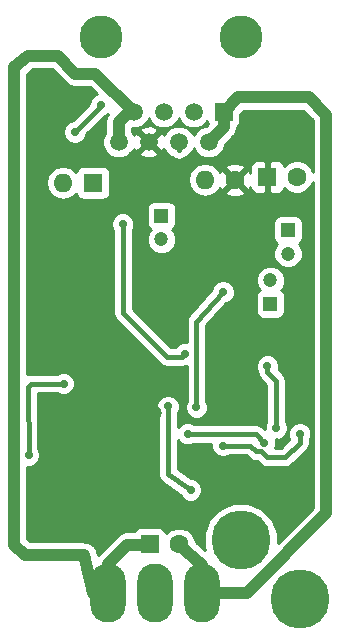
<source format=gbl>
G04 #@! TF.FileFunction,Copper,L2,Bot,Signal*
%FSLAX46Y46*%
G04 Gerber Fmt 4.6, Leading zero omitted, Abs format (unit mm)*
G04 Created by KiCad (PCBNEW 4.0.6) date 08/29/19 03:11:04*
%MOMM*%
%LPD*%
G01*
G04 APERTURE LIST*
%ADD10C,0.100000*%
%ADD11R,1.600000X1.600000*%
%ADD12C,1.600000*%
%ADD13C,5.001260*%
%ADD14C,3.650000*%
%ADD15R,1.500000X1.500000*%
%ADD16C,1.500000*%
%ADD17O,2.999740X5.001260*%
%ADD18O,1.600000X1.600000*%
%ADD19R,1.200000X1.200000*%
%ADD20C,1.200000*%
%ADD21C,0.700000*%
%ADD22C,1.000000*%
%ADD23C,0.400000*%
%ADD24C,0.254000*%
G04 APERTURE END LIST*
D10*
D11*
X161300000Y-83300000D03*
D12*
X163800000Y-83300000D03*
D13*
X164050000Y-119050000D03*
X159050000Y-114050000D03*
D14*
X147220000Y-71450000D03*
X159090000Y-71450000D03*
D15*
X157600000Y-77800000D03*
D16*
X156330000Y-80340000D03*
X155060000Y-77800000D03*
X153790000Y-80340000D03*
X152520000Y-77800000D03*
X151250000Y-80340000D03*
X149980000Y-77800000D03*
X148710000Y-80340000D03*
D17*
X155759860Y-118550000D03*
X151800000Y-118550000D03*
X147840140Y-118550000D03*
D11*
X146550000Y-83800000D03*
D18*
X144010000Y-83800000D03*
D12*
X158550000Y-83550000D03*
D18*
X156010000Y-83550000D03*
D19*
X152325000Y-86600000D03*
D20*
X152325000Y-88600000D03*
D19*
X161550000Y-94050000D03*
D20*
X161550000Y-92050000D03*
D19*
X163050000Y-87800000D03*
D20*
X163050000Y-89800000D03*
D11*
X151325000Y-114425000D03*
D12*
X153825000Y-114425000D03*
D21*
X164050000Y-105050000D03*
X157550000Y-106050000D03*
X149050000Y-87300000D03*
X154300000Y-98300000D03*
D20*
X144550000Y-93050000D03*
X151800000Y-103300000D03*
D21*
X157550000Y-93050000D03*
X155300000Y-102800000D03*
X161300000Y-99300000D03*
X162050000Y-104550000D03*
X154550000Y-105050000D03*
X161050000Y-105800000D03*
X147200000Y-77200000D03*
X145000000Y-79500000D03*
X152880000Y-102730000D03*
X154800000Y-109800000D03*
X144050000Y-100800000D03*
X141080000Y-106850000D03*
D22*
X155759860Y-118550000D02*
X155759860Y-116159860D01*
X155759860Y-116159860D02*
X153800000Y-114450000D01*
X155759860Y-118550000D02*
X159550000Y-118550000D01*
X158850000Y-76550000D02*
X157600000Y-77800000D01*
X164800000Y-76550000D02*
X158850000Y-76550000D01*
X166300000Y-78050000D02*
X164800000Y-76550000D01*
X166300000Y-111800000D02*
X166300000Y-78050000D01*
X159550000Y-118550000D02*
X166300000Y-111800000D01*
X157600000Y-77800000D02*
X157600000Y-79070000D01*
X157600000Y-79070000D02*
X156330000Y-80340000D01*
X147840140Y-118550000D02*
X147840140Y-116059860D01*
X147840140Y-116059860D02*
X149450000Y-114450000D01*
X149450000Y-114450000D02*
X151300000Y-114450000D01*
X147840140Y-118550000D02*
X146500000Y-118550000D01*
X146500000Y-118550000D02*
X145800000Y-115300000D01*
X145800000Y-115300000D02*
X140800000Y-115300000D01*
X140800000Y-115300000D02*
X139850000Y-114500000D01*
X139850000Y-114500000D02*
X139850000Y-74000000D01*
X139850000Y-74000000D02*
X141050000Y-73050000D01*
X141050000Y-73050000D02*
X143550000Y-73050000D01*
X143550000Y-73050000D02*
X145050000Y-74550000D01*
X145050000Y-74550000D02*
X146730000Y-74550000D01*
X146730000Y-74550000D02*
X149980000Y-77800000D01*
X149980000Y-77800000D02*
X149550000Y-77800000D01*
X149550000Y-77800000D02*
X148710000Y-78640000D01*
X148710000Y-78640000D02*
X148710000Y-80340000D01*
D23*
X164050000Y-105800000D02*
X164050000Y-105050000D01*
X162800000Y-107050000D02*
X164050000Y-105800000D01*
X161300000Y-107050000D02*
X162800000Y-107050000D01*
X160800000Y-106550000D02*
X161300000Y-107050000D01*
X160300000Y-106550000D02*
X160800000Y-106550000D01*
X159800000Y-106050000D02*
X160300000Y-106550000D01*
X157550000Y-106050000D02*
X159800000Y-106050000D01*
X149050000Y-94800000D02*
X149050000Y-87300000D01*
X152800000Y-98550000D02*
X149050000Y-94800000D01*
X154050000Y-98550000D02*
X152800000Y-98550000D01*
X154300000Y-98300000D02*
X154050000Y-98550000D01*
X158000000Y-114050000D02*
X159050000Y-114050000D01*
X159050000Y-114050000D02*
X159050000Y-114050000D01*
X153790000Y-81040000D02*
X153790000Y-80340000D01*
X155300000Y-95550000D02*
X157550000Y-93050000D01*
X155300000Y-102550000D02*
X155300000Y-95550000D01*
X155300000Y-102800000D02*
X155300000Y-102550000D01*
X161300000Y-99800000D02*
X161300000Y-99300000D01*
X162050000Y-100550000D02*
X161300000Y-99800000D01*
X162050000Y-104550000D02*
X162050000Y-100550000D01*
X160300000Y-105050000D02*
X154550000Y-105050000D01*
X161050000Y-105800000D02*
X160300000Y-105050000D01*
X147200000Y-77300000D02*
X147200000Y-77200000D01*
X145000000Y-79500000D02*
X147200000Y-77300000D01*
X151800000Y-118550000D02*
X151800000Y-119550000D01*
X152880000Y-108480000D02*
X152880000Y-102730000D01*
X154800000Y-109800000D02*
X152880000Y-108480000D01*
X141300000Y-100800000D02*
X144050000Y-100800000D01*
X141050000Y-101050000D02*
X141300000Y-100800000D01*
X141080000Y-106850000D02*
X141050000Y-101050000D01*
D24*
G36*
X144247434Y-75352566D02*
X144615654Y-75598603D01*
X145050000Y-75685000D01*
X146259868Y-75685000D01*
X146852628Y-76277760D01*
X146642771Y-76364471D01*
X146365445Y-76641314D01*
X146215172Y-77003212D01*
X146215084Y-77104048D01*
X144803859Y-78515273D01*
X144442771Y-78664471D01*
X144165445Y-78941314D01*
X144015172Y-79303212D01*
X144014830Y-79695069D01*
X144164471Y-80057229D01*
X144441314Y-80334555D01*
X144803212Y-80484828D01*
X145195069Y-80485170D01*
X145557229Y-80335529D01*
X145834555Y-80058686D01*
X145984828Y-79696788D01*
X145984829Y-79696039D01*
X147566554Y-78114314D01*
X147757229Y-78035529D01*
X147810811Y-77982040D01*
X147661397Y-78205654D01*
X147575000Y-78640000D01*
X147575000Y-79516042D01*
X147536539Y-79554436D01*
X147325241Y-80063298D01*
X147324760Y-80614285D01*
X147535169Y-81123515D01*
X147924436Y-81513461D01*
X148433298Y-81724759D01*
X148984285Y-81725240D01*
X149493515Y-81514831D01*
X149697183Y-81311517D01*
X150458088Y-81311517D01*
X150526077Y-81552460D01*
X151045171Y-81737201D01*
X151595448Y-81709230D01*
X151973923Y-81552460D01*
X152041912Y-81311517D01*
X151250000Y-80519605D01*
X150458088Y-81311517D01*
X149697183Y-81311517D01*
X149883461Y-81125564D01*
X149973377Y-80909021D01*
X150037540Y-81063923D01*
X150278483Y-81131912D01*
X151070395Y-80340000D01*
X150278483Y-79548088D01*
X150037540Y-79616077D01*
X149978268Y-79782621D01*
X149884831Y-79556485D01*
X149845000Y-79516585D01*
X149845000Y-79368483D01*
X150458088Y-79368483D01*
X151250000Y-80160395D01*
X152041912Y-79368483D01*
X151973923Y-79127540D01*
X151454829Y-78942799D01*
X150904552Y-78970770D01*
X150526077Y-79127540D01*
X150458088Y-79368483D01*
X149845000Y-79368483D01*
X149845000Y-79184883D01*
X150254285Y-79185240D01*
X150763515Y-78974831D01*
X151153461Y-78585564D01*
X151249976Y-78353130D01*
X151345169Y-78583515D01*
X151734436Y-78973461D01*
X152243298Y-79184759D01*
X152794285Y-79185240D01*
X153303515Y-78974831D01*
X153693461Y-78585564D01*
X153789976Y-78353130D01*
X153885169Y-78583515D01*
X154274436Y-78973461D01*
X154783298Y-79184759D01*
X155334285Y-79185240D01*
X155843515Y-78974831D01*
X156213080Y-78605909D01*
X156246838Y-78785317D01*
X156259646Y-78805222D01*
X156110061Y-78954807D01*
X156055715Y-78954760D01*
X155546485Y-79165169D01*
X155156539Y-79554436D01*
X155060024Y-79786870D01*
X154964831Y-79556485D01*
X154575564Y-79166539D01*
X154066702Y-78955241D01*
X153515715Y-78954760D01*
X153006485Y-79165169D01*
X152616539Y-79554436D01*
X152526623Y-79770979D01*
X152462460Y-79616077D01*
X152221517Y-79548088D01*
X151429605Y-80340000D01*
X152221517Y-81131912D01*
X152462460Y-81063923D01*
X152521732Y-80897379D01*
X152615169Y-81123515D01*
X153004436Y-81513461D01*
X153166323Y-81580682D01*
X153199566Y-81630434D01*
X153470459Y-81811439D01*
X153790000Y-81875000D01*
X154109541Y-81811439D01*
X154380434Y-81630434D01*
X154413500Y-81580948D01*
X154573515Y-81514831D01*
X154963461Y-81125564D01*
X155059976Y-80893130D01*
X155155169Y-81123515D01*
X155544436Y-81513461D01*
X156053298Y-81724759D01*
X156604285Y-81725240D01*
X157113515Y-81514831D01*
X157503461Y-81125564D01*
X157714759Y-80616702D01*
X157714808Y-80560324D01*
X158402566Y-79872566D01*
X158437997Y-79819540D01*
X158648603Y-79504346D01*
X158735000Y-79070000D01*
X158735000Y-79056844D01*
X158801441Y-79014090D01*
X158946431Y-78801890D01*
X158997440Y-78550000D01*
X158997440Y-78007692D01*
X159320132Y-77685000D01*
X164329868Y-77685000D01*
X165165000Y-78520132D01*
X165165000Y-82845800D01*
X165017243Y-82488200D01*
X164613923Y-82084176D01*
X164086691Y-81865250D01*
X163515813Y-81864752D01*
X162988200Y-82082757D01*
X162723813Y-82346683D01*
X162638327Y-82140301D01*
X162459698Y-81961673D01*
X162226309Y-81865000D01*
X161585750Y-81865000D01*
X161427000Y-82023750D01*
X161427000Y-83173000D01*
X161447000Y-83173000D01*
X161447000Y-83427000D01*
X161427000Y-83427000D01*
X161427000Y-84576250D01*
X161585750Y-84735000D01*
X162226309Y-84735000D01*
X162459698Y-84638327D01*
X162638327Y-84459699D01*
X162723876Y-84253165D01*
X162986077Y-84515824D01*
X163513309Y-84734750D01*
X164084187Y-84735248D01*
X164611800Y-84517243D01*
X165015824Y-84113923D01*
X165165000Y-83754668D01*
X165165000Y-111329867D01*
X162185405Y-114309462D01*
X162186173Y-113429021D01*
X161709808Y-112276129D01*
X160828511Y-111393292D01*
X159676452Y-110914915D01*
X158429021Y-110913827D01*
X157276129Y-111390192D01*
X156393292Y-112271489D01*
X155914915Y-113423548D01*
X155913827Y-114670979D01*
X155989400Y-114853879D01*
X155260181Y-114217680D01*
X155260248Y-114140813D01*
X155042243Y-113613200D01*
X154638923Y-113209176D01*
X154111691Y-112990250D01*
X153540813Y-112989752D01*
X153013200Y-113207757D01*
X152744417Y-113476072D01*
X152728162Y-113389683D01*
X152589090Y-113173559D01*
X152376890Y-113028569D01*
X152125000Y-112977560D01*
X150525000Y-112977560D01*
X150289683Y-113021838D01*
X150073559Y-113160910D01*
X149968274Y-113315000D01*
X149450000Y-113315000D01*
X149015654Y-113401397D01*
X148879577Y-113492321D01*
X148647434Y-113647434D01*
X147037574Y-115257294D01*
X146972731Y-115354338D01*
X146909555Y-115061019D01*
X146868679Y-114966582D01*
X146848603Y-114865654D01*
X146781569Y-114765330D01*
X146733641Y-114654602D01*
X146659737Y-114582996D01*
X146602566Y-114497434D01*
X146502243Y-114430400D01*
X146415589Y-114346441D01*
X146319908Y-114308568D01*
X146234346Y-114251397D01*
X146116006Y-114227858D01*
X146003819Y-114183451D01*
X145900929Y-114185076D01*
X145800000Y-114165000D01*
X141214238Y-114165000D01*
X140985000Y-113971957D01*
X140985000Y-107834917D01*
X141275069Y-107835170D01*
X141637229Y-107685529D01*
X141914555Y-107408686D01*
X142064828Y-107046788D01*
X142065170Y-106654931D01*
X141915529Y-106292771D01*
X141912111Y-106289347D01*
X141894710Y-102925069D01*
X151894830Y-102925069D01*
X152044471Y-103287229D01*
X152045000Y-103287759D01*
X152045000Y-108480000D01*
X152059976Y-108555290D01*
X152058960Y-108632044D01*
X152091449Y-108713515D01*
X152108561Y-108799541D01*
X152151207Y-108863366D01*
X152179642Y-108934669D01*
X152240838Y-108997507D01*
X152289566Y-109070434D01*
X152353390Y-109113080D01*
X152406948Y-109168075D01*
X153896163Y-110191909D01*
X153964471Y-110357229D01*
X154241314Y-110634555D01*
X154603212Y-110784828D01*
X154995069Y-110785170D01*
X155357229Y-110635529D01*
X155634555Y-110358686D01*
X155784828Y-109996788D01*
X155785170Y-109604931D01*
X155635529Y-109242771D01*
X155358686Y-108965445D01*
X154996788Y-108815172D01*
X154841214Y-108815036D01*
X153715000Y-108040764D01*
X153715000Y-105607759D01*
X153991314Y-105884555D01*
X154353212Y-106034828D01*
X154745069Y-106035170D01*
X155107229Y-105885529D01*
X155107759Y-105885000D01*
X156565144Y-105885000D01*
X156564830Y-106245069D01*
X156714471Y-106607229D01*
X156991314Y-106884555D01*
X157353212Y-107034828D01*
X157745069Y-107035170D01*
X158107229Y-106885529D01*
X158107759Y-106885000D01*
X159454132Y-106885000D01*
X159709566Y-107140434D01*
X159980460Y-107321440D01*
X160300000Y-107385000D01*
X160454132Y-107385000D01*
X160709566Y-107640434D01*
X160980460Y-107821440D01*
X161300000Y-107885000D01*
X162800000Y-107885000D01*
X163119541Y-107821439D01*
X163390434Y-107640434D01*
X164640434Y-106390434D01*
X164736415Y-106246788D01*
X164821439Y-106119541D01*
X164885000Y-105800000D01*
X164885000Y-105607614D01*
X165034828Y-105246788D01*
X165035170Y-104854931D01*
X164885529Y-104492771D01*
X164608686Y-104215445D01*
X164246788Y-104065172D01*
X163854931Y-104064830D01*
X163492771Y-104214471D01*
X163215445Y-104491314D01*
X163065172Y-104853212D01*
X163064830Y-105245069D01*
X163169863Y-105499269D01*
X162454132Y-106215000D01*
X161944219Y-106215000D01*
X162034828Y-105996788D01*
X162035170Y-105604931D01*
X162006259Y-105534962D01*
X162245069Y-105535170D01*
X162607229Y-105385529D01*
X162884555Y-105108686D01*
X163034828Y-104746788D01*
X163035170Y-104354931D01*
X162885529Y-103992771D01*
X162885000Y-103992241D01*
X162885000Y-100550000D01*
X162821439Y-100230459D01*
X162640434Y-99959566D01*
X162253383Y-99572515D01*
X162284828Y-99496788D01*
X162285170Y-99104931D01*
X162135529Y-98742771D01*
X161858686Y-98465445D01*
X161496788Y-98315172D01*
X161104931Y-98314830D01*
X160742771Y-98464471D01*
X160465445Y-98741314D01*
X160315172Y-99103212D01*
X160314830Y-99495069D01*
X160464471Y-99857229D01*
X160479348Y-99872132D01*
X160528561Y-100119541D01*
X160639231Y-100285170D01*
X160709566Y-100390434D01*
X161215000Y-100895868D01*
X161215000Y-103992386D01*
X161065172Y-104353212D01*
X161064927Y-104634059D01*
X160890434Y-104459566D01*
X160619541Y-104278561D01*
X160300000Y-104215000D01*
X155107614Y-104215000D01*
X154746788Y-104065172D01*
X154354931Y-104064830D01*
X153992771Y-104214471D01*
X153715445Y-104491314D01*
X153715000Y-104492386D01*
X153715000Y-103287614D01*
X153864828Y-102926788D01*
X153865170Y-102534931D01*
X153715529Y-102172771D01*
X153438686Y-101895445D01*
X153076788Y-101745172D01*
X152684931Y-101744830D01*
X152322771Y-101894471D01*
X152045445Y-102171314D01*
X151895172Y-102533212D01*
X151894830Y-102925069D01*
X141894710Y-102925069D01*
X141888037Y-101635000D01*
X143492386Y-101635000D01*
X143853212Y-101784828D01*
X144245069Y-101785170D01*
X144607229Y-101635529D01*
X144884555Y-101358686D01*
X145034828Y-100996788D01*
X145035170Y-100604931D01*
X144885529Y-100242771D01*
X144608686Y-99965445D01*
X144246788Y-99815172D01*
X143854931Y-99814830D01*
X143492771Y-99964471D01*
X143492241Y-99965000D01*
X141300000Y-99965000D01*
X140985000Y-100027658D01*
X140985000Y-87495069D01*
X148064830Y-87495069D01*
X148214471Y-87857229D01*
X148215000Y-87857759D01*
X148215000Y-94800000D01*
X148278561Y-95119541D01*
X148459566Y-95390434D01*
X152209566Y-99140434D01*
X152480459Y-99321439D01*
X152800000Y-99385000D01*
X154050000Y-99385000D01*
X154369541Y-99321439D01*
X154423914Y-99285108D01*
X154465000Y-99285144D01*
X154465000Y-102242386D01*
X154315172Y-102603212D01*
X154314830Y-102995069D01*
X154464471Y-103357229D01*
X154741314Y-103634555D01*
X155103212Y-103784828D01*
X155495069Y-103785170D01*
X155857229Y-103635529D01*
X156134555Y-103358686D01*
X156284828Y-102996788D01*
X156285170Y-102604931D01*
X156135529Y-102242771D01*
X156135000Y-102242241D01*
X156135000Y-95870420D01*
X157811387Y-94007768D01*
X158107229Y-93885529D01*
X158384555Y-93608686D01*
X158450447Y-93450000D01*
X160302560Y-93450000D01*
X160302560Y-94650000D01*
X160346838Y-94885317D01*
X160485910Y-95101441D01*
X160698110Y-95246431D01*
X160950000Y-95297440D01*
X162150000Y-95297440D01*
X162385317Y-95253162D01*
X162601441Y-95114090D01*
X162746431Y-94901890D01*
X162797440Y-94650000D01*
X162797440Y-93450000D01*
X162753162Y-93214683D01*
X162614090Y-92998559D01*
X162456042Y-92890569D01*
X162596371Y-92750485D01*
X162784785Y-92296734D01*
X162785214Y-91805421D01*
X162597592Y-91351343D01*
X162250485Y-91003629D01*
X161796734Y-90815215D01*
X161305421Y-90814786D01*
X160851343Y-91002408D01*
X160503629Y-91349515D01*
X160315215Y-91803266D01*
X160314786Y-92294579D01*
X160502408Y-92748657D01*
X160645109Y-92891608D01*
X160498559Y-92985910D01*
X160353569Y-93198110D01*
X160302560Y-93450000D01*
X158450447Y-93450000D01*
X158534828Y-93246788D01*
X158535170Y-92854931D01*
X158385529Y-92492771D01*
X158108686Y-92215445D01*
X157746788Y-92065172D01*
X157354931Y-92064830D01*
X156992771Y-92214471D01*
X156715445Y-92491314D01*
X156565172Y-92853212D01*
X156565135Y-92896097D01*
X154679349Y-94991414D01*
X154607092Y-95112928D01*
X154528561Y-95230459D01*
X154524216Y-95252302D01*
X154512832Y-95271447D01*
X154492578Y-95411357D01*
X154465000Y-95550000D01*
X154465000Y-97315144D01*
X154104931Y-97314830D01*
X153742771Y-97464471D01*
X153491805Y-97715000D01*
X153145868Y-97715000D01*
X149885000Y-94454132D01*
X149885000Y-87857614D01*
X150034828Y-87496788D01*
X150035170Y-87104931D01*
X149885529Y-86742771D01*
X149608686Y-86465445D01*
X149246788Y-86315172D01*
X148854931Y-86314830D01*
X148492771Y-86464471D01*
X148215445Y-86741314D01*
X148065172Y-87103212D01*
X148064830Y-87495069D01*
X140985000Y-87495069D01*
X140985000Y-86000000D01*
X151077560Y-86000000D01*
X151077560Y-87200000D01*
X151121838Y-87435317D01*
X151260910Y-87651441D01*
X151418958Y-87759431D01*
X151278629Y-87899515D01*
X151090215Y-88353266D01*
X151089786Y-88844579D01*
X151277408Y-89298657D01*
X151624515Y-89646371D01*
X152078266Y-89834785D01*
X152569579Y-89835214D01*
X153023657Y-89647592D01*
X153371371Y-89300485D01*
X153559785Y-88846734D01*
X153560214Y-88355421D01*
X153372592Y-87901343D01*
X153229891Y-87758392D01*
X153376441Y-87664090D01*
X153521431Y-87451890D01*
X153572440Y-87200000D01*
X161802560Y-87200000D01*
X161802560Y-88400000D01*
X161846838Y-88635317D01*
X161985910Y-88851441D01*
X162143958Y-88959431D01*
X162003629Y-89099515D01*
X161815215Y-89553266D01*
X161814786Y-90044579D01*
X162002408Y-90498657D01*
X162349515Y-90846371D01*
X162803266Y-91034785D01*
X163294579Y-91035214D01*
X163748657Y-90847592D01*
X164096371Y-90500485D01*
X164284785Y-90046734D01*
X164285214Y-89555421D01*
X164097592Y-89101343D01*
X163954891Y-88958392D01*
X164101441Y-88864090D01*
X164246431Y-88651890D01*
X164297440Y-88400000D01*
X164297440Y-87200000D01*
X164253162Y-86964683D01*
X164114090Y-86748559D01*
X163901890Y-86603569D01*
X163650000Y-86552560D01*
X162450000Y-86552560D01*
X162214683Y-86596838D01*
X161998559Y-86735910D01*
X161853569Y-86948110D01*
X161802560Y-87200000D01*
X153572440Y-87200000D01*
X153572440Y-86000000D01*
X153528162Y-85764683D01*
X153389090Y-85548559D01*
X153176890Y-85403569D01*
X152925000Y-85352560D01*
X151725000Y-85352560D01*
X151489683Y-85396838D01*
X151273559Y-85535910D01*
X151128569Y-85748110D01*
X151077560Y-86000000D01*
X140985000Y-86000000D01*
X140985000Y-83800000D01*
X142546887Y-83800000D01*
X142656120Y-84349151D01*
X142967189Y-84814698D01*
X143432736Y-85125767D01*
X143981887Y-85235000D01*
X144038113Y-85235000D01*
X144587264Y-85125767D01*
X145052811Y-84814698D01*
X145123150Y-84709428D01*
X145146838Y-84835317D01*
X145285910Y-85051441D01*
X145498110Y-85196431D01*
X145750000Y-85247440D01*
X147350000Y-85247440D01*
X147585317Y-85203162D01*
X147801441Y-85064090D01*
X147946431Y-84851890D01*
X147997440Y-84600000D01*
X147997440Y-83550000D01*
X154546887Y-83550000D01*
X154656120Y-84099151D01*
X154967189Y-84564698D01*
X155432736Y-84875767D01*
X155981887Y-84985000D01*
X156038113Y-84985000D01*
X156587264Y-84875767D01*
X157052811Y-84564698D01*
X157057456Y-84557745D01*
X157721861Y-84557745D01*
X157795995Y-84803864D01*
X158333223Y-84996965D01*
X158903454Y-84969778D01*
X159304005Y-84803864D01*
X159378139Y-84557745D01*
X158550000Y-83729605D01*
X157721861Y-84557745D01*
X157057456Y-84557745D01*
X157269679Y-84240132D01*
X157296136Y-84304005D01*
X157542255Y-84378139D01*
X158370395Y-83550000D01*
X158729605Y-83550000D01*
X159557745Y-84378139D01*
X159803864Y-84304005D01*
X159865000Y-84133918D01*
X159865000Y-84226310D01*
X159961673Y-84459699D01*
X160140302Y-84638327D01*
X160373691Y-84735000D01*
X161014250Y-84735000D01*
X161173000Y-84576250D01*
X161173000Y-83427000D01*
X161153000Y-83427000D01*
X161153000Y-83173000D01*
X161173000Y-83173000D01*
X161173000Y-82023750D01*
X161014250Y-81865000D01*
X160373691Y-81865000D01*
X160140302Y-81961673D01*
X159961673Y-82140301D01*
X159865000Y-82373690D01*
X159865000Y-82943590D01*
X159803864Y-82795995D01*
X159557745Y-82721861D01*
X158729605Y-83550000D01*
X158370395Y-83550000D01*
X157542255Y-82721861D01*
X157296136Y-82795995D01*
X157271954Y-82863272D01*
X157057457Y-82542255D01*
X157721861Y-82542255D01*
X158550000Y-83370395D01*
X159378139Y-82542255D01*
X159304005Y-82296136D01*
X158766777Y-82103035D01*
X158196546Y-82130222D01*
X157795995Y-82296136D01*
X157721861Y-82542255D01*
X157057457Y-82542255D01*
X157052811Y-82535302D01*
X156587264Y-82224233D01*
X156038113Y-82115000D01*
X155981887Y-82115000D01*
X155432736Y-82224233D01*
X154967189Y-82535302D01*
X154656120Y-83000849D01*
X154546887Y-83550000D01*
X147997440Y-83550000D01*
X147997440Y-83000000D01*
X147953162Y-82764683D01*
X147814090Y-82548559D01*
X147601890Y-82403569D01*
X147350000Y-82352560D01*
X145750000Y-82352560D01*
X145514683Y-82396838D01*
X145298559Y-82535910D01*
X145153569Y-82748110D01*
X145124355Y-82892375D01*
X145052811Y-82785302D01*
X144587264Y-82474233D01*
X144038113Y-82365000D01*
X143981887Y-82365000D01*
X143432736Y-82474233D01*
X142967189Y-82785302D01*
X142656120Y-83250849D01*
X142546887Y-83800000D01*
X140985000Y-83800000D01*
X140985000Y-74549078D01*
X141444888Y-74185000D01*
X143079868Y-74185000D01*
X144247434Y-75352566D01*
X144247434Y-75352566D01*
G37*
X144247434Y-75352566D02*
X144615654Y-75598603D01*
X145050000Y-75685000D01*
X146259868Y-75685000D01*
X146852628Y-76277760D01*
X146642771Y-76364471D01*
X146365445Y-76641314D01*
X146215172Y-77003212D01*
X146215084Y-77104048D01*
X144803859Y-78515273D01*
X144442771Y-78664471D01*
X144165445Y-78941314D01*
X144015172Y-79303212D01*
X144014830Y-79695069D01*
X144164471Y-80057229D01*
X144441314Y-80334555D01*
X144803212Y-80484828D01*
X145195069Y-80485170D01*
X145557229Y-80335529D01*
X145834555Y-80058686D01*
X145984828Y-79696788D01*
X145984829Y-79696039D01*
X147566554Y-78114314D01*
X147757229Y-78035529D01*
X147810811Y-77982040D01*
X147661397Y-78205654D01*
X147575000Y-78640000D01*
X147575000Y-79516042D01*
X147536539Y-79554436D01*
X147325241Y-80063298D01*
X147324760Y-80614285D01*
X147535169Y-81123515D01*
X147924436Y-81513461D01*
X148433298Y-81724759D01*
X148984285Y-81725240D01*
X149493515Y-81514831D01*
X149697183Y-81311517D01*
X150458088Y-81311517D01*
X150526077Y-81552460D01*
X151045171Y-81737201D01*
X151595448Y-81709230D01*
X151973923Y-81552460D01*
X152041912Y-81311517D01*
X151250000Y-80519605D01*
X150458088Y-81311517D01*
X149697183Y-81311517D01*
X149883461Y-81125564D01*
X149973377Y-80909021D01*
X150037540Y-81063923D01*
X150278483Y-81131912D01*
X151070395Y-80340000D01*
X150278483Y-79548088D01*
X150037540Y-79616077D01*
X149978268Y-79782621D01*
X149884831Y-79556485D01*
X149845000Y-79516585D01*
X149845000Y-79368483D01*
X150458088Y-79368483D01*
X151250000Y-80160395D01*
X152041912Y-79368483D01*
X151973923Y-79127540D01*
X151454829Y-78942799D01*
X150904552Y-78970770D01*
X150526077Y-79127540D01*
X150458088Y-79368483D01*
X149845000Y-79368483D01*
X149845000Y-79184883D01*
X150254285Y-79185240D01*
X150763515Y-78974831D01*
X151153461Y-78585564D01*
X151249976Y-78353130D01*
X151345169Y-78583515D01*
X151734436Y-78973461D01*
X152243298Y-79184759D01*
X152794285Y-79185240D01*
X153303515Y-78974831D01*
X153693461Y-78585564D01*
X153789976Y-78353130D01*
X153885169Y-78583515D01*
X154274436Y-78973461D01*
X154783298Y-79184759D01*
X155334285Y-79185240D01*
X155843515Y-78974831D01*
X156213080Y-78605909D01*
X156246838Y-78785317D01*
X156259646Y-78805222D01*
X156110061Y-78954807D01*
X156055715Y-78954760D01*
X155546485Y-79165169D01*
X155156539Y-79554436D01*
X155060024Y-79786870D01*
X154964831Y-79556485D01*
X154575564Y-79166539D01*
X154066702Y-78955241D01*
X153515715Y-78954760D01*
X153006485Y-79165169D01*
X152616539Y-79554436D01*
X152526623Y-79770979D01*
X152462460Y-79616077D01*
X152221517Y-79548088D01*
X151429605Y-80340000D01*
X152221517Y-81131912D01*
X152462460Y-81063923D01*
X152521732Y-80897379D01*
X152615169Y-81123515D01*
X153004436Y-81513461D01*
X153166323Y-81580682D01*
X153199566Y-81630434D01*
X153470459Y-81811439D01*
X153790000Y-81875000D01*
X154109541Y-81811439D01*
X154380434Y-81630434D01*
X154413500Y-81580948D01*
X154573515Y-81514831D01*
X154963461Y-81125564D01*
X155059976Y-80893130D01*
X155155169Y-81123515D01*
X155544436Y-81513461D01*
X156053298Y-81724759D01*
X156604285Y-81725240D01*
X157113515Y-81514831D01*
X157503461Y-81125564D01*
X157714759Y-80616702D01*
X157714808Y-80560324D01*
X158402566Y-79872566D01*
X158437997Y-79819540D01*
X158648603Y-79504346D01*
X158735000Y-79070000D01*
X158735000Y-79056844D01*
X158801441Y-79014090D01*
X158946431Y-78801890D01*
X158997440Y-78550000D01*
X158997440Y-78007692D01*
X159320132Y-77685000D01*
X164329868Y-77685000D01*
X165165000Y-78520132D01*
X165165000Y-82845800D01*
X165017243Y-82488200D01*
X164613923Y-82084176D01*
X164086691Y-81865250D01*
X163515813Y-81864752D01*
X162988200Y-82082757D01*
X162723813Y-82346683D01*
X162638327Y-82140301D01*
X162459698Y-81961673D01*
X162226309Y-81865000D01*
X161585750Y-81865000D01*
X161427000Y-82023750D01*
X161427000Y-83173000D01*
X161447000Y-83173000D01*
X161447000Y-83427000D01*
X161427000Y-83427000D01*
X161427000Y-84576250D01*
X161585750Y-84735000D01*
X162226309Y-84735000D01*
X162459698Y-84638327D01*
X162638327Y-84459699D01*
X162723876Y-84253165D01*
X162986077Y-84515824D01*
X163513309Y-84734750D01*
X164084187Y-84735248D01*
X164611800Y-84517243D01*
X165015824Y-84113923D01*
X165165000Y-83754668D01*
X165165000Y-111329867D01*
X162185405Y-114309462D01*
X162186173Y-113429021D01*
X161709808Y-112276129D01*
X160828511Y-111393292D01*
X159676452Y-110914915D01*
X158429021Y-110913827D01*
X157276129Y-111390192D01*
X156393292Y-112271489D01*
X155914915Y-113423548D01*
X155913827Y-114670979D01*
X155989400Y-114853879D01*
X155260181Y-114217680D01*
X155260248Y-114140813D01*
X155042243Y-113613200D01*
X154638923Y-113209176D01*
X154111691Y-112990250D01*
X153540813Y-112989752D01*
X153013200Y-113207757D01*
X152744417Y-113476072D01*
X152728162Y-113389683D01*
X152589090Y-113173559D01*
X152376890Y-113028569D01*
X152125000Y-112977560D01*
X150525000Y-112977560D01*
X150289683Y-113021838D01*
X150073559Y-113160910D01*
X149968274Y-113315000D01*
X149450000Y-113315000D01*
X149015654Y-113401397D01*
X148879577Y-113492321D01*
X148647434Y-113647434D01*
X147037574Y-115257294D01*
X146972731Y-115354338D01*
X146909555Y-115061019D01*
X146868679Y-114966582D01*
X146848603Y-114865654D01*
X146781569Y-114765330D01*
X146733641Y-114654602D01*
X146659737Y-114582996D01*
X146602566Y-114497434D01*
X146502243Y-114430400D01*
X146415589Y-114346441D01*
X146319908Y-114308568D01*
X146234346Y-114251397D01*
X146116006Y-114227858D01*
X146003819Y-114183451D01*
X145900929Y-114185076D01*
X145800000Y-114165000D01*
X141214238Y-114165000D01*
X140985000Y-113971957D01*
X140985000Y-107834917D01*
X141275069Y-107835170D01*
X141637229Y-107685529D01*
X141914555Y-107408686D01*
X142064828Y-107046788D01*
X142065170Y-106654931D01*
X141915529Y-106292771D01*
X141912111Y-106289347D01*
X141894710Y-102925069D01*
X151894830Y-102925069D01*
X152044471Y-103287229D01*
X152045000Y-103287759D01*
X152045000Y-108480000D01*
X152059976Y-108555290D01*
X152058960Y-108632044D01*
X152091449Y-108713515D01*
X152108561Y-108799541D01*
X152151207Y-108863366D01*
X152179642Y-108934669D01*
X152240838Y-108997507D01*
X152289566Y-109070434D01*
X152353390Y-109113080D01*
X152406948Y-109168075D01*
X153896163Y-110191909D01*
X153964471Y-110357229D01*
X154241314Y-110634555D01*
X154603212Y-110784828D01*
X154995069Y-110785170D01*
X155357229Y-110635529D01*
X155634555Y-110358686D01*
X155784828Y-109996788D01*
X155785170Y-109604931D01*
X155635529Y-109242771D01*
X155358686Y-108965445D01*
X154996788Y-108815172D01*
X154841214Y-108815036D01*
X153715000Y-108040764D01*
X153715000Y-105607759D01*
X153991314Y-105884555D01*
X154353212Y-106034828D01*
X154745069Y-106035170D01*
X155107229Y-105885529D01*
X155107759Y-105885000D01*
X156565144Y-105885000D01*
X156564830Y-106245069D01*
X156714471Y-106607229D01*
X156991314Y-106884555D01*
X157353212Y-107034828D01*
X157745069Y-107035170D01*
X158107229Y-106885529D01*
X158107759Y-106885000D01*
X159454132Y-106885000D01*
X159709566Y-107140434D01*
X159980460Y-107321440D01*
X160300000Y-107385000D01*
X160454132Y-107385000D01*
X160709566Y-107640434D01*
X160980460Y-107821440D01*
X161300000Y-107885000D01*
X162800000Y-107885000D01*
X163119541Y-107821439D01*
X163390434Y-107640434D01*
X164640434Y-106390434D01*
X164736415Y-106246788D01*
X164821439Y-106119541D01*
X164885000Y-105800000D01*
X164885000Y-105607614D01*
X165034828Y-105246788D01*
X165035170Y-104854931D01*
X164885529Y-104492771D01*
X164608686Y-104215445D01*
X164246788Y-104065172D01*
X163854931Y-104064830D01*
X163492771Y-104214471D01*
X163215445Y-104491314D01*
X163065172Y-104853212D01*
X163064830Y-105245069D01*
X163169863Y-105499269D01*
X162454132Y-106215000D01*
X161944219Y-106215000D01*
X162034828Y-105996788D01*
X162035170Y-105604931D01*
X162006259Y-105534962D01*
X162245069Y-105535170D01*
X162607229Y-105385529D01*
X162884555Y-105108686D01*
X163034828Y-104746788D01*
X163035170Y-104354931D01*
X162885529Y-103992771D01*
X162885000Y-103992241D01*
X162885000Y-100550000D01*
X162821439Y-100230459D01*
X162640434Y-99959566D01*
X162253383Y-99572515D01*
X162284828Y-99496788D01*
X162285170Y-99104931D01*
X162135529Y-98742771D01*
X161858686Y-98465445D01*
X161496788Y-98315172D01*
X161104931Y-98314830D01*
X160742771Y-98464471D01*
X160465445Y-98741314D01*
X160315172Y-99103212D01*
X160314830Y-99495069D01*
X160464471Y-99857229D01*
X160479348Y-99872132D01*
X160528561Y-100119541D01*
X160639231Y-100285170D01*
X160709566Y-100390434D01*
X161215000Y-100895868D01*
X161215000Y-103992386D01*
X161065172Y-104353212D01*
X161064927Y-104634059D01*
X160890434Y-104459566D01*
X160619541Y-104278561D01*
X160300000Y-104215000D01*
X155107614Y-104215000D01*
X154746788Y-104065172D01*
X154354931Y-104064830D01*
X153992771Y-104214471D01*
X153715445Y-104491314D01*
X153715000Y-104492386D01*
X153715000Y-103287614D01*
X153864828Y-102926788D01*
X153865170Y-102534931D01*
X153715529Y-102172771D01*
X153438686Y-101895445D01*
X153076788Y-101745172D01*
X152684931Y-101744830D01*
X152322771Y-101894471D01*
X152045445Y-102171314D01*
X151895172Y-102533212D01*
X151894830Y-102925069D01*
X141894710Y-102925069D01*
X141888037Y-101635000D01*
X143492386Y-101635000D01*
X143853212Y-101784828D01*
X144245069Y-101785170D01*
X144607229Y-101635529D01*
X144884555Y-101358686D01*
X145034828Y-100996788D01*
X145035170Y-100604931D01*
X144885529Y-100242771D01*
X144608686Y-99965445D01*
X144246788Y-99815172D01*
X143854931Y-99814830D01*
X143492771Y-99964471D01*
X143492241Y-99965000D01*
X141300000Y-99965000D01*
X140985000Y-100027658D01*
X140985000Y-87495069D01*
X148064830Y-87495069D01*
X148214471Y-87857229D01*
X148215000Y-87857759D01*
X148215000Y-94800000D01*
X148278561Y-95119541D01*
X148459566Y-95390434D01*
X152209566Y-99140434D01*
X152480459Y-99321439D01*
X152800000Y-99385000D01*
X154050000Y-99385000D01*
X154369541Y-99321439D01*
X154423914Y-99285108D01*
X154465000Y-99285144D01*
X154465000Y-102242386D01*
X154315172Y-102603212D01*
X154314830Y-102995069D01*
X154464471Y-103357229D01*
X154741314Y-103634555D01*
X155103212Y-103784828D01*
X155495069Y-103785170D01*
X155857229Y-103635529D01*
X156134555Y-103358686D01*
X156284828Y-102996788D01*
X156285170Y-102604931D01*
X156135529Y-102242771D01*
X156135000Y-102242241D01*
X156135000Y-95870420D01*
X157811387Y-94007768D01*
X158107229Y-93885529D01*
X158384555Y-93608686D01*
X158450447Y-93450000D01*
X160302560Y-93450000D01*
X160302560Y-94650000D01*
X160346838Y-94885317D01*
X160485910Y-95101441D01*
X160698110Y-95246431D01*
X160950000Y-95297440D01*
X162150000Y-95297440D01*
X162385317Y-95253162D01*
X162601441Y-95114090D01*
X162746431Y-94901890D01*
X162797440Y-94650000D01*
X162797440Y-93450000D01*
X162753162Y-93214683D01*
X162614090Y-92998559D01*
X162456042Y-92890569D01*
X162596371Y-92750485D01*
X162784785Y-92296734D01*
X162785214Y-91805421D01*
X162597592Y-91351343D01*
X162250485Y-91003629D01*
X161796734Y-90815215D01*
X161305421Y-90814786D01*
X160851343Y-91002408D01*
X160503629Y-91349515D01*
X160315215Y-91803266D01*
X160314786Y-92294579D01*
X160502408Y-92748657D01*
X160645109Y-92891608D01*
X160498559Y-92985910D01*
X160353569Y-93198110D01*
X160302560Y-93450000D01*
X158450447Y-93450000D01*
X158534828Y-93246788D01*
X158535170Y-92854931D01*
X158385529Y-92492771D01*
X158108686Y-92215445D01*
X157746788Y-92065172D01*
X157354931Y-92064830D01*
X156992771Y-92214471D01*
X156715445Y-92491314D01*
X156565172Y-92853212D01*
X156565135Y-92896097D01*
X154679349Y-94991414D01*
X154607092Y-95112928D01*
X154528561Y-95230459D01*
X154524216Y-95252302D01*
X154512832Y-95271447D01*
X154492578Y-95411357D01*
X154465000Y-95550000D01*
X154465000Y-97315144D01*
X154104931Y-97314830D01*
X153742771Y-97464471D01*
X153491805Y-97715000D01*
X153145868Y-97715000D01*
X149885000Y-94454132D01*
X149885000Y-87857614D01*
X150034828Y-87496788D01*
X150035170Y-87104931D01*
X149885529Y-86742771D01*
X149608686Y-86465445D01*
X149246788Y-86315172D01*
X148854931Y-86314830D01*
X148492771Y-86464471D01*
X148215445Y-86741314D01*
X148065172Y-87103212D01*
X148064830Y-87495069D01*
X140985000Y-87495069D01*
X140985000Y-86000000D01*
X151077560Y-86000000D01*
X151077560Y-87200000D01*
X151121838Y-87435317D01*
X151260910Y-87651441D01*
X151418958Y-87759431D01*
X151278629Y-87899515D01*
X151090215Y-88353266D01*
X151089786Y-88844579D01*
X151277408Y-89298657D01*
X151624515Y-89646371D01*
X152078266Y-89834785D01*
X152569579Y-89835214D01*
X153023657Y-89647592D01*
X153371371Y-89300485D01*
X153559785Y-88846734D01*
X153560214Y-88355421D01*
X153372592Y-87901343D01*
X153229891Y-87758392D01*
X153376441Y-87664090D01*
X153521431Y-87451890D01*
X153572440Y-87200000D01*
X161802560Y-87200000D01*
X161802560Y-88400000D01*
X161846838Y-88635317D01*
X161985910Y-88851441D01*
X162143958Y-88959431D01*
X162003629Y-89099515D01*
X161815215Y-89553266D01*
X161814786Y-90044579D01*
X162002408Y-90498657D01*
X162349515Y-90846371D01*
X162803266Y-91034785D01*
X163294579Y-91035214D01*
X163748657Y-90847592D01*
X164096371Y-90500485D01*
X164284785Y-90046734D01*
X164285214Y-89555421D01*
X164097592Y-89101343D01*
X163954891Y-88958392D01*
X164101441Y-88864090D01*
X164246431Y-88651890D01*
X164297440Y-88400000D01*
X164297440Y-87200000D01*
X164253162Y-86964683D01*
X164114090Y-86748559D01*
X163901890Y-86603569D01*
X163650000Y-86552560D01*
X162450000Y-86552560D01*
X162214683Y-86596838D01*
X161998559Y-86735910D01*
X161853569Y-86948110D01*
X161802560Y-87200000D01*
X153572440Y-87200000D01*
X153572440Y-86000000D01*
X153528162Y-85764683D01*
X153389090Y-85548559D01*
X153176890Y-85403569D01*
X152925000Y-85352560D01*
X151725000Y-85352560D01*
X151489683Y-85396838D01*
X151273559Y-85535910D01*
X151128569Y-85748110D01*
X151077560Y-86000000D01*
X140985000Y-86000000D01*
X140985000Y-83800000D01*
X142546887Y-83800000D01*
X142656120Y-84349151D01*
X142967189Y-84814698D01*
X143432736Y-85125767D01*
X143981887Y-85235000D01*
X144038113Y-85235000D01*
X144587264Y-85125767D01*
X145052811Y-84814698D01*
X145123150Y-84709428D01*
X145146838Y-84835317D01*
X145285910Y-85051441D01*
X145498110Y-85196431D01*
X145750000Y-85247440D01*
X147350000Y-85247440D01*
X147585317Y-85203162D01*
X147801441Y-85064090D01*
X147946431Y-84851890D01*
X147997440Y-84600000D01*
X147997440Y-83550000D01*
X154546887Y-83550000D01*
X154656120Y-84099151D01*
X154967189Y-84564698D01*
X155432736Y-84875767D01*
X155981887Y-84985000D01*
X156038113Y-84985000D01*
X156587264Y-84875767D01*
X157052811Y-84564698D01*
X157057456Y-84557745D01*
X157721861Y-84557745D01*
X157795995Y-84803864D01*
X158333223Y-84996965D01*
X158903454Y-84969778D01*
X159304005Y-84803864D01*
X159378139Y-84557745D01*
X158550000Y-83729605D01*
X157721861Y-84557745D01*
X157057456Y-84557745D01*
X157269679Y-84240132D01*
X157296136Y-84304005D01*
X157542255Y-84378139D01*
X158370395Y-83550000D01*
X158729605Y-83550000D01*
X159557745Y-84378139D01*
X159803864Y-84304005D01*
X159865000Y-84133918D01*
X159865000Y-84226310D01*
X159961673Y-84459699D01*
X160140302Y-84638327D01*
X160373691Y-84735000D01*
X161014250Y-84735000D01*
X161173000Y-84576250D01*
X161173000Y-83427000D01*
X161153000Y-83427000D01*
X161153000Y-83173000D01*
X161173000Y-83173000D01*
X161173000Y-82023750D01*
X161014250Y-81865000D01*
X160373691Y-81865000D01*
X160140302Y-81961673D01*
X159961673Y-82140301D01*
X159865000Y-82373690D01*
X159865000Y-82943590D01*
X159803864Y-82795995D01*
X159557745Y-82721861D01*
X158729605Y-83550000D01*
X158370395Y-83550000D01*
X157542255Y-82721861D01*
X157296136Y-82795995D01*
X157271954Y-82863272D01*
X157057457Y-82542255D01*
X157721861Y-82542255D01*
X158550000Y-83370395D01*
X159378139Y-82542255D01*
X159304005Y-82296136D01*
X158766777Y-82103035D01*
X158196546Y-82130222D01*
X157795995Y-82296136D01*
X157721861Y-82542255D01*
X157057457Y-82542255D01*
X157052811Y-82535302D01*
X156587264Y-82224233D01*
X156038113Y-82115000D01*
X155981887Y-82115000D01*
X155432736Y-82224233D01*
X154967189Y-82535302D01*
X154656120Y-83000849D01*
X154546887Y-83550000D01*
X147997440Y-83550000D01*
X147997440Y-83000000D01*
X147953162Y-82764683D01*
X147814090Y-82548559D01*
X147601890Y-82403569D01*
X147350000Y-82352560D01*
X145750000Y-82352560D01*
X145514683Y-82396838D01*
X145298559Y-82535910D01*
X145153569Y-82748110D01*
X145124355Y-82892375D01*
X145052811Y-82785302D01*
X144587264Y-82474233D01*
X144038113Y-82365000D01*
X143981887Y-82365000D01*
X143432736Y-82474233D01*
X142967189Y-82785302D01*
X142656120Y-83250849D01*
X142546887Y-83800000D01*
X140985000Y-83800000D01*
X140985000Y-74549078D01*
X141444888Y-74185000D01*
X143079868Y-74185000D01*
X144247434Y-75352566D01*
M02*

</source>
